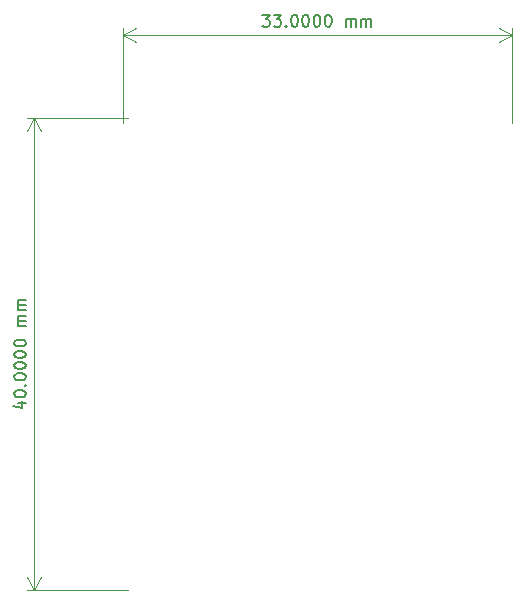
<source format=gbr>
%TF.GenerationSoftware,KiCad,Pcbnew,8.0.0*%
%TF.CreationDate,2024-05-14T19:01:21+09:00*%
%TF.ProjectId,TINY202_PROG.kicad_240514_single_pcb,54494e59-3230-4325-9f50-524f472e6b69,rev?*%
%TF.SameCoordinates,Original*%
%TF.FileFunction,OtherDrawing,Comment*%
%FSLAX46Y46*%
G04 Gerber Fmt 4.6, Leading zero omitted, Abs format (unit mm)*
G04 Created by KiCad (PCBNEW 8.0.0) date 2024-05-14 19:01:21*
%MOMM*%
%LPD*%
G01*
G04 APERTURE LIST*
%ADD10C,0.150000*%
%ADD11C,0.100000*%
G04 APERTURE END LIST*
D10*
X111833334Y-91304819D02*
X112452381Y-91304819D01*
X112452381Y-91304819D02*
X112119048Y-91685771D01*
X112119048Y-91685771D02*
X112261905Y-91685771D01*
X112261905Y-91685771D02*
X112357143Y-91733390D01*
X112357143Y-91733390D02*
X112404762Y-91781009D01*
X112404762Y-91781009D02*
X112452381Y-91876247D01*
X112452381Y-91876247D02*
X112452381Y-92114342D01*
X112452381Y-92114342D02*
X112404762Y-92209580D01*
X112404762Y-92209580D02*
X112357143Y-92257200D01*
X112357143Y-92257200D02*
X112261905Y-92304819D01*
X112261905Y-92304819D02*
X111976191Y-92304819D01*
X111976191Y-92304819D02*
X111880953Y-92257200D01*
X111880953Y-92257200D02*
X111833334Y-92209580D01*
X112785715Y-91304819D02*
X113404762Y-91304819D01*
X113404762Y-91304819D02*
X113071429Y-91685771D01*
X113071429Y-91685771D02*
X113214286Y-91685771D01*
X113214286Y-91685771D02*
X113309524Y-91733390D01*
X113309524Y-91733390D02*
X113357143Y-91781009D01*
X113357143Y-91781009D02*
X113404762Y-91876247D01*
X113404762Y-91876247D02*
X113404762Y-92114342D01*
X113404762Y-92114342D02*
X113357143Y-92209580D01*
X113357143Y-92209580D02*
X113309524Y-92257200D01*
X113309524Y-92257200D02*
X113214286Y-92304819D01*
X113214286Y-92304819D02*
X112928572Y-92304819D01*
X112928572Y-92304819D02*
X112833334Y-92257200D01*
X112833334Y-92257200D02*
X112785715Y-92209580D01*
X113833334Y-92209580D02*
X113880953Y-92257200D01*
X113880953Y-92257200D02*
X113833334Y-92304819D01*
X113833334Y-92304819D02*
X113785715Y-92257200D01*
X113785715Y-92257200D02*
X113833334Y-92209580D01*
X113833334Y-92209580D02*
X113833334Y-92304819D01*
X114500000Y-91304819D02*
X114595238Y-91304819D01*
X114595238Y-91304819D02*
X114690476Y-91352438D01*
X114690476Y-91352438D02*
X114738095Y-91400057D01*
X114738095Y-91400057D02*
X114785714Y-91495295D01*
X114785714Y-91495295D02*
X114833333Y-91685771D01*
X114833333Y-91685771D02*
X114833333Y-91923866D01*
X114833333Y-91923866D02*
X114785714Y-92114342D01*
X114785714Y-92114342D02*
X114738095Y-92209580D01*
X114738095Y-92209580D02*
X114690476Y-92257200D01*
X114690476Y-92257200D02*
X114595238Y-92304819D01*
X114595238Y-92304819D02*
X114500000Y-92304819D01*
X114500000Y-92304819D02*
X114404762Y-92257200D01*
X114404762Y-92257200D02*
X114357143Y-92209580D01*
X114357143Y-92209580D02*
X114309524Y-92114342D01*
X114309524Y-92114342D02*
X114261905Y-91923866D01*
X114261905Y-91923866D02*
X114261905Y-91685771D01*
X114261905Y-91685771D02*
X114309524Y-91495295D01*
X114309524Y-91495295D02*
X114357143Y-91400057D01*
X114357143Y-91400057D02*
X114404762Y-91352438D01*
X114404762Y-91352438D02*
X114500000Y-91304819D01*
X115452381Y-91304819D02*
X115547619Y-91304819D01*
X115547619Y-91304819D02*
X115642857Y-91352438D01*
X115642857Y-91352438D02*
X115690476Y-91400057D01*
X115690476Y-91400057D02*
X115738095Y-91495295D01*
X115738095Y-91495295D02*
X115785714Y-91685771D01*
X115785714Y-91685771D02*
X115785714Y-91923866D01*
X115785714Y-91923866D02*
X115738095Y-92114342D01*
X115738095Y-92114342D02*
X115690476Y-92209580D01*
X115690476Y-92209580D02*
X115642857Y-92257200D01*
X115642857Y-92257200D02*
X115547619Y-92304819D01*
X115547619Y-92304819D02*
X115452381Y-92304819D01*
X115452381Y-92304819D02*
X115357143Y-92257200D01*
X115357143Y-92257200D02*
X115309524Y-92209580D01*
X115309524Y-92209580D02*
X115261905Y-92114342D01*
X115261905Y-92114342D02*
X115214286Y-91923866D01*
X115214286Y-91923866D02*
X115214286Y-91685771D01*
X115214286Y-91685771D02*
X115261905Y-91495295D01*
X115261905Y-91495295D02*
X115309524Y-91400057D01*
X115309524Y-91400057D02*
X115357143Y-91352438D01*
X115357143Y-91352438D02*
X115452381Y-91304819D01*
X116404762Y-91304819D02*
X116500000Y-91304819D01*
X116500000Y-91304819D02*
X116595238Y-91352438D01*
X116595238Y-91352438D02*
X116642857Y-91400057D01*
X116642857Y-91400057D02*
X116690476Y-91495295D01*
X116690476Y-91495295D02*
X116738095Y-91685771D01*
X116738095Y-91685771D02*
X116738095Y-91923866D01*
X116738095Y-91923866D02*
X116690476Y-92114342D01*
X116690476Y-92114342D02*
X116642857Y-92209580D01*
X116642857Y-92209580D02*
X116595238Y-92257200D01*
X116595238Y-92257200D02*
X116500000Y-92304819D01*
X116500000Y-92304819D02*
X116404762Y-92304819D01*
X116404762Y-92304819D02*
X116309524Y-92257200D01*
X116309524Y-92257200D02*
X116261905Y-92209580D01*
X116261905Y-92209580D02*
X116214286Y-92114342D01*
X116214286Y-92114342D02*
X116166667Y-91923866D01*
X116166667Y-91923866D02*
X116166667Y-91685771D01*
X116166667Y-91685771D02*
X116214286Y-91495295D01*
X116214286Y-91495295D02*
X116261905Y-91400057D01*
X116261905Y-91400057D02*
X116309524Y-91352438D01*
X116309524Y-91352438D02*
X116404762Y-91304819D01*
X117357143Y-91304819D02*
X117452381Y-91304819D01*
X117452381Y-91304819D02*
X117547619Y-91352438D01*
X117547619Y-91352438D02*
X117595238Y-91400057D01*
X117595238Y-91400057D02*
X117642857Y-91495295D01*
X117642857Y-91495295D02*
X117690476Y-91685771D01*
X117690476Y-91685771D02*
X117690476Y-91923866D01*
X117690476Y-91923866D02*
X117642857Y-92114342D01*
X117642857Y-92114342D02*
X117595238Y-92209580D01*
X117595238Y-92209580D02*
X117547619Y-92257200D01*
X117547619Y-92257200D02*
X117452381Y-92304819D01*
X117452381Y-92304819D02*
X117357143Y-92304819D01*
X117357143Y-92304819D02*
X117261905Y-92257200D01*
X117261905Y-92257200D02*
X117214286Y-92209580D01*
X117214286Y-92209580D02*
X117166667Y-92114342D01*
X117166667Y-92114342D02*
X117119048Y-91923866D01*
X117119048Y-91923866D02*
X117119048Y-91685771D01*
X117119048Y-91685771D02*
X117166667Y-91495295D01*
X117166667Y-91495295D02*
X117214286Y-91400057D01*
X117214286Y-91400057D02*
X117261905Y-91352438D01*
X117261905Y-91352438D02*
X117357143Y-91304819D01*
X118880953Y-92304819D02*
X118880953Y-91638152D01*
X118880953Y-91733390D02*
X118928572Y-91685771D01*
X118928572Y-91685771D02*
X119023810Y-91638152D01*
X119023810Y-91638152D02*
X119166667Y-91638152D01*
X119166667Y-91638152D02*
X119261905Y-91685771D01*
X119261905Y-91685771D02*
X119309524Y-91781009D01*
X119309524Y-91781009D02*
X119309524Y-92304819D01*
X119309524Y-91781009D02*
X119357143Y-91685771D01*
X119357143Y-91685771D02*
X119452381Y-91638152D01*
X119452381Y-91638152D02*
X119595238Y-91638152D01*
X119595238Y-91638152D02*
X119690477Y-91685771D01*
X119690477Y-91685771D02*
X119738096Y-91781009D01*
X119738096Y-91781009D02*
X119738096Y-92304819D01*
X120214286Y-92304819D02*
X120214286Y-91638152D01*
X120214286Y-91733390D02*
X120261905Y-91685771D01*
X120261905Y-91685771D02*
X120357143Y-91638152D01*
X120357143Y-91638152D02*
X120500000Y-91638152D01*
X120500000Y-91638152D02*
X120595238Y-91685771D01*
X120595238Y-91685771D02*
X120642857Y-91781009D01*
X120642857Y-91781009D02*
X120642857Y-92304819D01*
X120642857Y-91781009D02*
X120690476Y-91685771D01*
X120690476Y-91685771D02*
X120785714Y-91638152D01*
X120785714Y-91638152D02*
X120928571Y-91638152D01*
X120928571Y-91638152D02*
X121023810Y-91685771D01*
X121023810Y-91685771D02*
X121071429Y-91781009D01*
X121071429Y-91781009D02*
X121071429Y-92304819D01*
D11*
X100000000Y-100500000D02*
X100000000Y-92413580D01*
X133000000Y-100500000D02*
X133000000Y-92413580D01*
X100000000Y-93000000D02*
X133000000Y-93000000D01*
X100000000Y-93000000D02*
X133000000Y-93000000D01*
X100000000Y-93000000D02*
X101126504Y-92413579D01*
X100000000Y-93000000D02*
X101126504Y-93586421D01*
X133000000Y-93000000D02*
X131873496Y-93586421D01*
X133000000Y-93000000D02*
X131873496Y-92413579D01*
D10*
X91138152Y-124142856D02*
X91804819Y-124142856D01*
X90757200Y-124380951D02*
X91471485Y-124619046D01*
X91471485Y-124619046D02*
X91471485Y-123999999D01*
X90804819Y-123428570D02*
X90804819Y-123333332D01*
X90804819Y-123333332D02*
X90852438Y-123238094D01*
X90852438Y-123238094D02*
X90900057Y-123190475D01*
X90900057Y-123190475D02*
X90995295Y-123142856D01*
X90995295Y-123142856D02*
X91185771Y-123095237D01*
X91185771Y-123095237D02*
X91423866Y-123095237D01*
X91423866Y-123095237D02*
X91614342Y-123142856D01*
X91614342Y-123142856D02*
X91709580Y-123190475D01*
X91709580Y-123190475D02*
X91757200Y-123238094D01*
X91757200Y-123238094D02*
X91804819Y-123333332D01*
X91804819Y-123333332D02*
X91804819Y-123428570D01*
X91804819Y-123428570D02*
X91757200Y-123523808D01*
X91757200Y-123523808D02*
X91709580Y-123571427D01*
X91709580Y-123571427D02*
X91614342Y-123619046D01*
X91614342Y-123619046D02*
X91423866Y-123666665D01*
X91423866Y-123666665D02*
X91185771Y-123666665D01*
X91185771Y-123666665D02*
X90995295Y-123619046D01*
X90995295Y-123619046D02*
X90900057Y-123571427D01*
X90900057Y-123571427D02*
X90852438Y-123523808D01*
X90852438Y-123523808D02*
X90804819Y-123428570D01*
X91709580Y-122666665D02*
X91757200Y-122619046D01*
X91757200Y-122619046D02*
X91804819Y-122666665D01*
X91804819Y-122666665D02*
X91757200Y-122714284D01*
X91757200Y-122714284D02*
X91709580Y-122666665D01*
X91709580Y-122666665D02*
X91804819Y-122666665D01*
X90804819Y-121999999D02*
X90804819Y-121904761D01*
X90804819Y-121904761D02*
X90852438Y-121809523D01*
X90852438Y-121809523D02*
X90900057Y-121761904D01*
X90900057Y-121761904D02*
X90995295Y-121714285D01*
X90995295Y-121714285D02*
X91185771Y-121666666D01*
X91185771Y-121666666D02*
X91423866Y-121666666D01*
X91423866Y-121666666D02*
X91614342Y-121714285D01*
X91614342Y-121714285D02*
X91709580Y-121761904D01*
X91709580Y-121761904D02*
X91757200Y-121809523D01*
X91757200Y-121809523D02*
X91804819Y-121904761D01*
X91804819Y-121904761D02*
X91804819Y-121999999D01*
X91804819Y-121999999D02*
X91757200Y-122095237D01*
X91757200Y-122095237D02*
X91709580Y-122142856D01*
X91709580Y-122142856D02*
X91614342Y-122190475D01*
X91614342Y-122190475D02*
X91423866Y-122238094D01*
X91423866Y-122238094D02*
X91185771Y-122238094D01*
X91185771Y-122238094D02*
X90995295Y-122190475D01*
X90995295Y-122190475D02*
X90900057Y-122142856D01*
X90900057Y-122142856D02*
X90852438Y-122095237D01*
X90852438Y-122095237D02*
X90804819Y-121999999D01*
X90804819Y-121047618D02*
X90804819Y-120952380D01*
X90804819Y-120952380D02*
X90852438Y-120857142D01*
X90852438Y-120857142D02*
X90900057Y-120809523D01*
X90900057Y-120809523D02*
X90995295Y-120761904D01*
X90995295Y-120761904D02*
X91185771Y-120714285D01*
X91185771Y-120714285D02*
X91423866Y-120714285D01*
X91423866Y-120714285D02*
X91614342Y-120761904D01*
X91614342Y-120761904D02*
X91709580Y-120809523D01*
X91709580Y-120809523D02*
X91757200Y-120857142D01*
X91757200Y-120857142D02*
X91804819Y-120952380D01*
X91804819Y-120952380D02*
X91804819Y-121047618D01*
X91804819Y-121047618D02*
X91757200Y-121142856D01*
X91757200Y-121142856D02*
X91709580Y-121190475D01*
X91709580Y-121190475D02*
X91614342Y-121238094D01*
X91614342Y-121238094D02*
X91423866Y-121285713D01*
X91423866Y-121285713D02*
X91185771Y-121285713D01*
X91185771Y-121285713D02*
X90995295Y-121238094D01*
X90995295Y-121238094D02*
X90900057Y-121190475D01*
X90900057Y-121190475D02*
X90852438Y-121142856D01*
X90852438Y-121142856D02*
X90804819Y-121047618D01*
X90804819Y-120095237D02*
X90804819Y-119999999D01*
X90804819Y-119999999D02*
X90852438Y-119904761D01*
X90852438Y-119904761D02*
X90900057Y-119857142D01*
X90900057Y-119857142D02*
X90995295Y-119809523D01*
X90995295Y-119809523D02*
X91185771Y-119761904D01*
X91185771Y-119761904D02*
X91423866Y-119761904D01*
X91423866Y-119761904D02*
X91614342Y-119809523D01*
X91614342Y-119809523D02*
X91709580Y-119857142D01*
X91709580Y-119857142D02*
X91757200Y-119904761D01*
X91757200Y-119904761D02*
X91804819Y-119999999D01*
X91804819Y-119999999D02*
X91804819Y-120095237D01*
X91804819Y-120095237D02*
X91757200Y-120190475D01*
X91757200Y-120190475D02*
X91709580Y-120238094D01*
X91709580Y-120238094D02*
X91614342Y-120285713D01*
X91614342Y-120285713D02*
X91423866Y-120333332D01*
X91423866Y-120333332D02*
X91185771Y-120333332D01*
X91185771Y-120333332D02*
X90995295Y-120285713D01*
X90995295Y-120285713D02*
X90900057Y-120238094D01*
X90900057Y-120238094D02*
X90852438Y-120190475D01*
X90852438Y-120190475D02*
X90804819Y-120095237D01*
X90804819Y-119142856D02*
X90804819Y-119047618D01*
X90804819Y-119047618D02*
X90852438Y-118952380D01*
X90852438Y-118952380D02*
X90900057Y-118904761D01*
X90900057Y-118904761D02*
X90995295Y-118857142D01*
X90995295Y-118857142D02*
X91185771Y-118809523D01*
X91185771Y-118809523D02*
X91423866Y-118809523D01*
X91423866Y-118809523D02*
X91614342Y-118857142D01*
X91614342Y-118857142D02*
X91709580Y-118904761D01*
X91709580Y-118904761D02*
X91757200Y-118952380D01*
X91757200Y-118952380D02*
X91804819Y-119047618D01*
X91804819Y-119047618D02*
X91804819Y-119142856D01*
X91804819Y-119142856D02*
X91757200Y-119238094D01*
X91757200Y-119238094D02*
X91709580Y-119285713D01*
X91709580Y-119285713D02*
X91614342Y-119333332D01*
X91614342Y-119333332D02*
X91423866Y-119380951D01*
X91423866Y-119380951D02*
X91185771Y-119380951D01*
X91185771Y-119380951D02*
X90995295Y-119333332D01*
X90995295Y-119333332D02*
X90900057Y-119285713D01*
X90900057Y-119285713D02*
X90852438Y-119238094D01*
X90852438Y-119238094D02*
X90804819Y-119142856D01*
X91804819Y-117619046D02*
X91138152Y-117619046D01*
X91233390Y-117619046D02*
X91185771Y-117571427D01*
X91185771Y-117571427D02*
X91138152Y-117476189D01*
X91138152Y-117476189D02*
X91138152Y-117333332D01*
X91138152Y-117333332D02*
X91185771Y-117238094D01*
X91185771Y-117238094D02*
X91281009Y-117190475D01*
X91281009Y-117190475D02*
X91804819Y-117190475D01*
X91281009Y-117190475D02*
X91185771Y-117142856D01*
X91185771Y-117142856D02*
X91138152Y-117047618D01*
X91138152Y-117047618D02*
X91138152Y-116904761D01*
X91138152Y-116904761D02*
X91185771Y-116809522D01*
X91185771Y-116809522D02*
X91281009Y-116761903D01*
X91281009Y-116761903D02*
X91804819Y-116761903D01*
X91804819Y-116285713D02*
X91138152Y-116285713D01*
X91233390Y-116285713D02*
X91185771Y-116238094D01*
X91185771Y-116238094D02*
X91138152Y-116142856D01*
X91138152Y-116142856D02*
X91138152Y-115999999D01*
X91138152Y-115999999D02*
X91185771Y-115904761D01*
X91185771Y-115904761D02*
X91281009Y-115857142D01*
X91281009Y-115857142D02*
X91804819Y-115857142D01*
X91281009Y-115857142D02*
X91185771Y-115809523D01*
X91185771Y-115809523D02*
X91138152Y-115714285D01*
X91138152Y-115714285D02*
X91138152Y-115571428D01*
X91138152Y-115571428D02*
X91185771Y-115476189D01*
X91185771Y-115476189D02*
X91281009Y-115428570D01*
X91281009Y-115428570D02*
X91804819Y-115428570D01*
D11*
X100500000Y-100000000D02*
X91913580Y-100000000D01*
X100500000Y-140000000D02*
X91913580Y-140000000D01*
X92500000Y-100000000D02*
X92500000Y-140000000D01*
X92500000Y-100000000D02*
X92500000Y-140000000D01*
X92500000Y-100000000D02*
X93086421Y-101126504D01*
X92500000Y-100000000D02*
X91913579Y-101126504D01*
X92500000Y-140000000D02*
X91913579Y-138873496D01*
X92500000Y-140000000D02*
X93086421Y-138873496D01*
M02*

</source>
